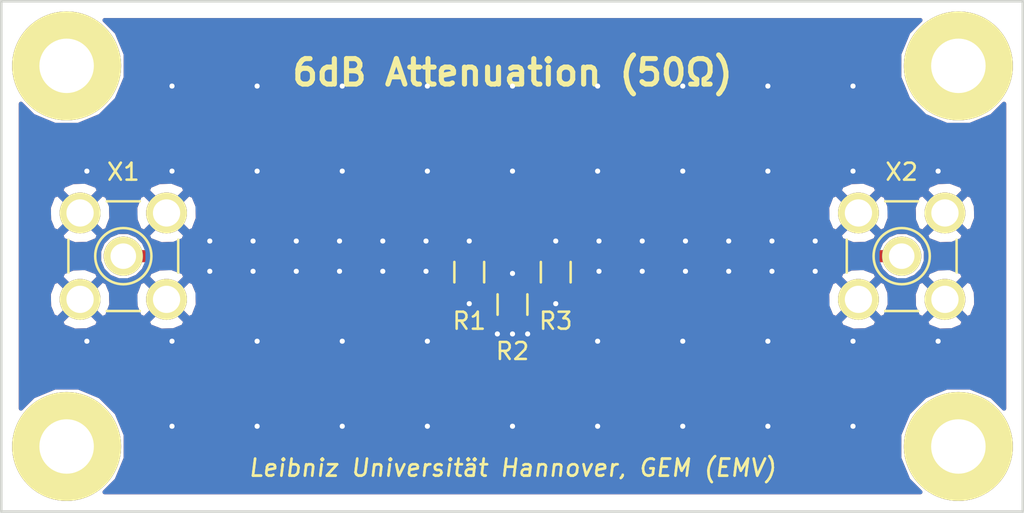
<source format=kicad_pcb>
(kicad_pcb (version 4) (host pcbnew 4.0.2+e4-6225~38~ubuntu15.10.1-stable)

  (general
    (links 80)
    (no_connects 4)
    (area 89.924999 89.924999 150.075001 120.075001)
    (thickness 1.6)
    (drawings 7)
    (tracks 11)
    (zones 0)
    (modules 80)
    (nets 5)
  )

  (page A4)
  (layers
    (0 F.Cu signal)
    (31 B.Cu signal)
    (32 B.Adhes user)
    (33 F.Adhes user)
    (34 B.Paste user)
    (35 F.Paste user)
    (36 B.SilkS user)
    (37 F.SilkS user)
    (38 B.Mask user)
    (39 F.Mask user)
    (40 Dwgs.User user)
    (41 Cmts.User user)
    (42 Eco1.User user)
    (43 Eco2.User user)
    (44 Edge.Cuts user)
    (45 Margin user)
    (46 B.CrtYd user)
    (47 F.CrtYd user)
    (48 B.Fab user)
    (49 F.Fab user)
  )

  (setup
    (last_trace_width 0.15)
    (trace_clearance 0.15)
    (zone_clearance 0.1)
    (zone_45_only no)
    (trace_min 0.15)
    (segment_width 0.1)
    (edge_width 0.15)
    (via_size 0.4)
    (via_drill 0.3)
    (via_min_size 0.4)
    (via_min_drill 0.3)
    (uvia_size 0.3)
    (uvia_drill 0.1)
    (uvias_allowed no)
    (uvia_min_size 0)
    (uvia_min_drill 0)
    (pcb_text_width 0.3)
    (pcb_text_size 1.5 1.5)
    (mod_edge_width 0.15)
    (mod_text_size 1 1)
    (mod_text_width 0.15)
    (pad_size 2.4 2.4)
    (pad_drill 1.6)
    (pad_to_mask_clearance 0.0762)
    (aux_axis_origin 120.028 104.986)
    (grid_origin 120.028 104.986)
    (visible_elements FFFFFF7F)
    (pcbplotparams
      (layerselection 0x000f0_80000001)
      (usegerberextensions false)
      (excludeedgelayer true)
      (linewidth 0.100000)
      (plotframeref false)
      (viasonmask false)
      (mode 1)
      (useauxorigin false)
      (hpglpennumber 1)
      (hpglpenspeed 20)
      (hpglpendiameter 15)
      (hpglpenoverlay 2)
      (psnegative false)
      (psa4output false)
      (plotreference true)
      (plotvalue true)
      (plotinvisibletext false)
      (padsonsilk false)
      (subtractmaskfromsilk false)
      (outputformat 1)
      (mirror false)
      (drillshape 0)
      (scaleselection 1)
      (outputdirectory ""))
  )

  (net 0 "")
  (net 1 GNDA)
  (net 2 "Net-(R1-Pad1)")
  (net 3 "Net-(R1-Pad2)")
  (net 4 "Net-(R3-Pad2)")

  (net_class Default "This is the default net class."
    (clearance 0.15)
    (trace_width 0.15)
    (via_dia 0.4)
    (via_drill 0.3)
    (uvia_dia 0.3)
    (uvia_drill 0.1)
    (add_net GNDA)
  )

  (net_class 50Ohm ""
    (clearance 0.15)
    (trace_width 0.714)
    (via_dia 0.4)
    (via_drill 0.3)
    (uvia_dia 0.3)
    (uvia_drill 0.1)
    (add_net "Net-(R1-Pad1)")
    (add_net "Net-(R1-Pad2)")
    (add_net "Net-(R3-Pad2)")
  )

  (module JueVias:VIA-0.3 (layer F.Cu) (tedit 575191BF) (tstamp 5762AE76)
    (at 120.917 109.558)
    (fp_text reference REF**1161 (at 0 -1) (layer F.SilkS) hide
      (effects (font (size 1 1) (thickness 0.15)))
    )
    (fp_text value VIA-0.3 (at 0 1) (layer F.Fab) hide
      (effects (font (size 1 1) (thickness 0.15)))
    )
    (pad 1 thru_hole circle (at 0 0) (size 0.6 0.6) (drill 0.3) (layers *.Cu)
      (net 1 GNDA))
  )

  (module JueVias:VIA-0.3 (layer F.Cu) (tedit 575191BF) (tstamp 5762AE5F)
    (at 119.139 109.558)
    (fp_text reference REF**1161 (at 0 -1) (layer F.SilkS) hide
      (effects (font (size 1 1) (thickness 0.15)))
    )
    (fp_text value VIA-0.3 (at 0 1) (layer F.Fab) hide
      (effects (font (size 1 1) (thickness 0.15)))
    )
    (pad 1 thru_hole circle (at 0 0) (size 0.6 0.6) (drill 0.3) (layers *.Cu)
      (net 1 GNDA))
  )

  (module JueVias:VIA-0.3 (layer F.Cu) (tedit 575191BF) (tstamp 5762AE5B)
    (at 120.028 106.002)
    (fp_text reference REF**1161 (at 0 -1) (layer F.SilkS) hide
      (effects (font (size 1 1) (thickness 0.15)))
    )
    (fp_text value VIA-0.3 (at 0 1) (layer F.Fab) hide
      (effects (font (size 1 1) (thickness 0.15)))
    )
    (pad 1 thru_hole circle (at 0 0) (size 0.6 0.6) (drill 0.3) (layers *.Cu)
      (net 1 GNDA))
  )

  (module JueVias:VIA-0.3 (layer F.Cu) (tedit 575191BF) (tstamp 5762AE57)
    (at 122.568 107.78)
    (fp_text reference REF**1161 (at 0 -1) (layer F.SilkS) hide
      (effects (font (size 1 1) (thickness 0.15)))
    )
    (fp_text value VIA-0.3 (at 0 1) (layer F.Fab) hide
      (effects (font (size 1 1) (thickness 0.15)))
    )
    (pad 1 thru_hole circle (at 0 0) (size 0.6 0.6) (drill 0.3) (layers *.Cu)
      (net 1 GNDA))
  )

  (module JueVias:VIA-0.3 (layer F.Cu) (tedit 575191BF) (tstamp 5762AE53)
    (at 117.488 107.78)
    (fp_text reference REF**1161 (at 0 -1) (layer F.SilkS) hide
      (effects (font (size 1 1) (thickness 0.15)))
    )
    (fp_text value VIA-0.3 (at 0 1) (layer F.Fab) hide
      (effects (font (size 1 1) (thickness 0.15)))
    )
    (pad 1 thru_hole circle (at 0 0) (size 0.6 0.6) (drill 0.3) (layers *.Cu)
      (net 1 GNDA))
  )

  (module JueVias:VIA-0.3 (layer F.Cu) (tedit 575191BF) (tstamp 5762AE4F)
    (at 122.568 104.097)
    (fp_text reference REF**1161 (at 0 -1) (layer F.SilkS) hide
      (effects (font (size 1 1) (thickness 0.15)))
    )
    (fp_text value VIA-0.3 (at 0 1) (layer F.Fab) hide
      (effects (font (size 1 1) (thickness 0.15)))
    )
    (pad 1 thru_hole circle (at 0 0) (size 0.6 0.6) (drill 0.3) (layers *.Cu)
      (net 1 GNDA))
  )

  (module JueVias:VIA-0.3 (layer F.Cu) (tedit 575191BF) (tstamp 5762AE2C)
    (at 117.488 104.097)
    (fp_text reference REF**1161 (at 0 -1) (layer F.SilkS) hide
      (effects (font (size 1 1) (thickness 0.15)))
    )
    (fp_text value VIA-0.3 (at 0 1) (layer F.Fab) hide
      (effects (font (size 1 1) (thickness 0.15)))
    )
    (pad 1 thru_hole circle (at 0 0) (size 0.6 0.6) (drill 0.3) (layers *.Cu)
      (net 1 GNDA))
  )

  (module Mounting_Holes:MountingHole_3.2mm_M3_Pad (layer F.Cu) (tedit 57518F98) (tstamp 57518FEC)
    (at 93.838 93.796)
    (descr "Mounting Hole 3.2mm, M3")
    (tags "mounting hole 3.2mm m3")
    (fp_text reference REF** (at 0 -4.2) (layer F.SilkS) hide
      (effects (font (size 1 1) (thickness 0.15)))
    )
    (fp_text value MountingHole_3.2mm_M3_Pad (at 0 4.2) (layer F.Fab) hide
      (effects (font (size 1 1) (thickness 0.15)))
    )
    (fp_circle (center 0 0) (end 3.2 0) (layer Cmts.User) (width 0.15))
    (fp_circle (center 0 0) (end 3.45 0) (layer F.CrtYd) (width 0.05))
    (pad 1 thru_hole circle (at 0 0) (size 6.4 6.4) (drill 3.2) (layers *.Cu *.Mask F.SilkS))
  )

  (module JueVias:VIA-0.3 (layer F.Cu) (tedit 575191BF) (tstamp 575EBBC2)
    (at 140.028 114.986)
    (fp_text reference REF**11711116 (at 0 -1) (layer F.SilkS) hide
      (effects (font (size 1 1) (thickness 0.15)))
    )
    (fp_text value VIA-0.3 (at 0 1) (layer F.Fab) hide
      (effects (font (size 1 1) (thickness 0.15)))
    )
    (pad 1 thru_hole circle (at 0 0) (size 0.6 0.6) (drill 0.3) (layers *.Cu)
      (net 1 GNDA))
  )

  (module JueVias:VIA-0.3 (layer F.Cu) (tedit 575191BF) (tstamp 575EBBBE)
    (at 135.028 114.986)
    (fp_text reference REF**11711106 (at 0 -1) (layer F.SilkS) hide
      (effects (font (size 1 1) (thickness 0.15)))
    )
    (fp_text value VIA-0.3 (at 0 1) (layer F.Fab) hide
      (effects (font (size 1 1) (thickness 0.15)))
    )
    (pad 1 thru_hole circle (at 0 0) (size 0.6 0.6) (drill 0.3) (layers *.Cu)
      (net 1 GNDA))
  )

  (module JueVias:VIA-0.3 (layer F.Cu) (tedit 575191BF) (tstamp 575EBBBA)
    (at 130.028 114.986)
    (fp_text reference REF**1171196 (at 0 -1) (layer F.SilkS) hide
      (effects (font (size 1 1) (thickness 0.15)))
    )
    (fp_text value VIA-0.3 (at 0 1) (layer F.Fab) hide
      (effects (font (size 1 1) (thickness 0.15)))
    )
    (pad 1 thru_hole circle (at 0 0) (size 0.6 0.6) (drill 0.3) (layers *.Cu)
      (net 1 GNDA))
  )

  (module JueVias:VIA-0.3 (layer F.Cu) (tedit 575191BF) (tstamp 575EBBB6)
    (at 125.028 114.986)
    (fp_text reference REF**1171186 (at 0 -1) (layer F.SilkS) hide
      (effects (font (size 1 1) (thickness 0.15)))
    )
    (fp_text value VIA-0.3 (at 0 1) (layer F.Fab) hide
      (effects (font (size 1 1) (thickness 0.15)))
    )
    (pad 1 thru_hole circle (at 0 0) (size 0.6 0.6) (drill 0.3) (layers *.Cu)
      (net 1 GNDA))
  )

  (module JueVias:VIA-0.3 (layer F.Cu) (tedit 575191BF) (tstamp 575EBBB2)
    (at 120.028 114.986)
    (fp_text reference REF**1171176 (at 0 -1) (layer F.SilkS) hide
      (effects (font (size 1 1) (thickness 0.15)))
    )
    (fp_text value VIA-0.3 (at 0 1) (layer F.Fab) hide
      (effects (font (size 1 1) (thickness 0.15)))
    )
    (pad 1 thru_hole circle (at 0 0) (size 0.6 0.6) (drill 0.3) (layers *.Cu)
      (net 1 GNDA))
  )

  (module JueVias:VIA-0.3 (layer F.Cu) (tedit 575191BF) (tstamp 575EBBAE)
    (at 115.028 114.986)
    (fp_text reference REF**1171166 (at 0 -1) (layer F.SilkS) hide
      (effects (font (size 1 1) (thickness 0.15)))
    )
    (fp_text value VIA-0.3 (at 0 1) (layer F.Fab) hide
      (effects (font (size 1 1) (thickness 0.15)))
    )
    (pad 1 thru_hole circle (at 0 0) (size 0.6 0.6) (drill 0.3) (layers *.Cu)
      (net 1 GNDA))
  )

  (module JueVias:VIA-0.3 (layer F.Cu) (tedit 575191BF) (tstamp 575EBBAA)
    (at 110.028 114.986)
    (fp_text reference REF**1171156 (at 0 -1) (layer F.SilkS) hide
      (effects (font (size 1 1) (thickness 0.15)))
    )
    (fp_text value VIA-0.3 (at 0 1) (layer F.Fab) hide
      (effects (font (size 1 1) (thickness 0.15)))
    )
    (pad 1 thru_hole circle (at 0 0) (size 0.6 0.6) (drill 0.3) (layers *.Cu)
      (net 1 GNDA))
  )

  (module JueVias:VIA-0.3 (layer F.Cu) (tedit 575191BF) (tstamp 575EBBA6)
    (at 105.028 114.986)
    (fp_text reference REF**1171146 (at 0 -1) (layer F.SilkS) hide
      (effects (font (size 1 1) (thickness 0.15)))
    )
    (fp_text value VIA-0.3 (at 0 1) (layer F.Fab) hide
      (effects (font (size 1 1) (thickness 0.15)))
    )
    (pad 1 thru_hole circle (at 0 0) (size 0.6 0.6) (drill 0.3) (layers *.Cu)
      (net 1 GNDA))
  )

  (module JueVias:VIA-0.3 (layer F.Cu) (tedit 575191BF) (tstamp 575EBBA2)
    (at 100.028 114.986)
    (fp_text reference REF**1171136 (at 0 -1) (layer F.SilkS) hide
      (effects (font (size 1 1) (thickness 0.15)))
    )
    (fp_text value VIA-0.3 (at 0 1) (layer F.Fab) hide
      (effects (font (size 1 1) (thickness 0.15)))
    )
    (pad 1 thru_hole circle (at 0 0) (size 0.6 0.6) (drill 0.3) (layers *.Cu)
      (net 1 GNDA))
  )

  (module JueVias:VIA-0.3 (layer F.Cu) (tedit 575191BF) (tstamp 575EBB92)
    (at 145.028 109.986)
    (fp_text reference REF**11711125 (at 0 -1) (layer F.SilkS) hide
      (effects (font (size 1 1) (thickness 0.15)))
    )
    (fp_text value VIA-0.3 (at 0 1) (layer F.Fab) hide
      (effects (font (size 1 1) (thickness 0.15)))
    )
    (pad 1 thru_hole circle (at 0 0) (size 0.6 0.6) (drill 0.3) (layers *.Cu)
      (net 1 GNDA))
  )

  (module JueVias:VIA-0.3 (layer F.Cu) (tedit 575191BF) (tstamp 575EBB8E)
    (at 140.028 109.986)
    (fp_text reference REF**11711115 (at 0 -1) (layer F.SilkS) hide
      (effects (font (size 1 1) (thickness 0.15)))
    )
    (fp_text value VIA-0.3 (at 0 1) (layer F.Fab) hide
      (effects (font (size 1 1) (thickness 0.15)))
    )
    (pad 1 thru_hole circle (at 0 0) (size 0.6 0.6) (drill 0.3) (layers *.Cu)
      (net 1 GNDA))
  )

  (module JueVias:VIA-0.3 (layer F.Cu) (tedit 575191BF) (tstamp 575EBB8A)
    (at 135.028 109.986)
    (fp_text reference REF**11711105 (at 0 -1) (layer F.SilkS) hide
      (effects (font (size 1 1) (thickness 0.15)))
    )
    (fp_text value VIA-0.3 (at 0 1) (layer F.Fab) hide
      (effects (font (size 1 1) (thickness 0.15)))
    )
    (pad 1 thru_hole circle (at 0 0) (size 0.6 0.6) (drill 0.3) (layers *.Cu)
      (net 1 GNDA))
  )

  (module JueVias:VIA-0.3 (layer F.Cu) (tedit 575191BF) (tstamp 575EBB86)
    (at 130.028 109.986)
    (fp_text reference REF**1171195 (at 0 -1) (layer F.SilkS) hide
      (effects (font (size 1 1) (thickness 0.15)))
    )
    (fp_text value VIA-0.3 (at 0 1) (layer F.Fab) hide
      (effects (font (size 1 1) (thickness 0.15)))
    )
    (pad 1 thru_hole circle (at 0 0) (size 0.6 0.6) (drill 0.3) (layers *.Cu)
      (net 1 GNDA))
  )

  (module JueVias:VIA-0.3 (layer F.Cu) (tedit 575191BF) (tstamp 575EBB82)
    (at 125.028 109.986)
    (fp_text reference REF**1171185 (at 0 -1) (layer F.SilkS) hide
      (effects (font (size 1 1) (thickness 0.15)))
    )
    (fp_text value VIA-0.3 (at 0 1) (layer F.Fab) hide
      (effects (font (size 1 1) (thickness 0.15)))
    )
    (pad 1 thru_hole circle (at 0 0) (size 0.6 0.6) (drill 0.3) (layers *.Cu)
      (net 1 GNDA))
  )

  (module JueVias:VIA-0.3 (layer F.Cu) (tedit 575191BF) (tstamp 575EBB7E)
    (at 120.028 109.558)
    (fp_text reference REF**1171175 (at 0 -1) (layer F.SilkS) hide
      (effects (font (size 1 1) (thickness 0.15)))
    )
    (fp_text value VIA-0.3 (at 0 1) (layer F.Fab) hide
      (effects (font (size 1 1) (thickness 0.15)))
    )
    (pad 1 thru_hole circle (at 0 0) (size 0.6 0.6) (drill 0.3) (layers *.Cu)
      (net 1 GNDA))
  )

  (module JueVias:VIA-0.3 (layer F.Cu) (tedit 575191BF) (tstamp 575EBB7A)
    (at 115.028 109.986)
    (fp_text reference REF**1171165 (at 0 -1) (layer F.SilkS) hide
      (effects (font (size 1 1) (thickness 0.15)))
    )
    (fp_text value VIA-0.3 (at 0 1) (layer F.Fab) hide
      (effects (font (size 1 1) (thickness 0.15)))
    )
    (pad 1 thru_hole circle (at 0 0) (size 0.6 0.6) (drill 0.3) (layers *.Cu)
      (net 1 GNDA))
  )

  (module JueVias:VIA-0.3 (layer F.Cu) (tedit 575191BF) (tstamp 575EBB76)
    (at 110.028 109.986)
    (fp_text reference REF**1171155 (at 0 -1) (layer F.SilkS) hide
      (effects (font (size 1 1) (thickness 0.15)))
    )
    (fp_text value VIA-0.3 (at 0 1) (layer F.Fab) hide
      (effects (font (size 1 1) (thickness 0.15)))
    )
    (pad 1 thru_hole circle (at 0 0) (size 0.6 0.6) (drill 0.3) (layers *.Cu)
      (net 1 GNDA))
  )

  (module JueVias:VIA-0.3 (layer F.Cu) (tedit 575191BF) (tstamp 575EBB72)
    (at 105.028 109.986)
    (fp_text reference REF**1171145 (at 0 -1) (layer F.SilkS) hide
      (effects (font (size 1 1) (thickness 0.15)))
    )
    (fp_text value VIA-0.3 (at 0 1) (layer F.Fab) hide
      (effects (font (size 1 1) (thickness 0.15)))
    )
    (pad 1 thru_hole circle (at 0 0) (size 0.6 0.6) (drill 0.3) (layers *.Cu)
      (net 1 GNDA))
  )

  (module JueVias:VIA-0.3 (layer F.Cu) (tedit 575191BF) (tstamp 575EBB6E)
    (at 100.028 109.986)
    (fp_text reference REF**1171135 (at 0 -1) (layer F.SilkS) hide
      (effects (font (size 1 1) (thickness 0.15)))
    )
    (fp_text value VIA-0.3 (at 0 1) (layer F.Fab) hide
      (effects (font (size 1 1) (thickness 0.15)))
    )
    (pad 1 thru_hole circle (at 0 0) (size 0.6 0.6) (drill 0.3) (layers *.Cu)
      (net 1 GNDA))
  )

  (module JueVias:VIA-0.3 (layer F.Cu) (tedit 575191BF) (tstamp 575EBB6A)
    (at 95.028 109.986)
    (fp_text reference REF**1171125 (at 0 -1) (layer F.SilkS) hide
      (effects (font (size 1 1) (thickness 0.15)))
    )
    (fp_text value VIA-0.3 (at 0 1) (layer F.Fab) hide
      (effects (font (size 1 1) (thickness 0.15)))
    )
    (pad 1 thru_hole circle (at 0 0) (size 0.6 0.6) (drill 0.3) (layers *.Cu)
      (net 1 GNDA))
  )

  (module JueVias:VIA-0.3 (layer F.Cu) (tedit 575191BF) (tstamp 575EBB2A)
    (at 145.028 99.986)
    (fp_text reference REF**11711123 (at 0 -1) (layer F.SilkS) hide
      (effects (font (size 1 1) (thickness 0.15)))
    )
    (fp_text value VIA-0.3 (at 0 1) (layer F.Fab) hide
      (effects (font (size 1 1) (thickness 0.15)))
    )
    (pad 1 thru_hole circle (at 0 0) (size 0.6 0.6) (drill 0.3) (layers *.Cu)
      (net 1 GNDA))
  )

  (module JueVias:VIA-0.3 (layer F.Cu) (tedit 575191BF) (tstamp 575EBB26)
    (at 140.028 99.986)
    (fp_text reference REF**11711113 (at 0 -1) (layer F.SilkS) hide
      (effects (font (size 1 1) (thickness 0.15)))
    )
    (fp_text value VIA-0.3 (at 0 1) (layer F.Fab) hide
      (effects (font (size 1 1) (thickness 0.15)))
    )
    (pad 1 thru_hole circle (at 0 0) (size 0.6 0.6) (drill 0.3) (layers *.Cu)
      (net 1 GNDA))
  )

  (module JueVias:VIA-0.3 (layer F.Cu) (tedit 575191BF) (tstamp 575EBB22)
    (at 135.028 99.986)
    (fp_text reference REF**11711103 (at 0 -1) (layer F.SilkS) hide
      (effects (font (size 1 1) (thickness 0.15)))
    )
    (fp_text value VIA-0.3 (at 0 1) (layer F.Fab) hide
      (effects (font (size 1 1) (thickness 0.15)))
    )
    (pad 1 thru_hole circle (at 0 0) (size 0.6 0.6) (drill 0.3) (layers *.Cu)
      (net 1 GNDA))
  )

  (module JueVias:VIA-0.3 (layer F.Cu) (tedit 575191BF) (tstamp 575EBB1E)
    (at 130.028 99.986)
    (fp_text reference REF**1171193 (at 0 -1) (layer F.SilkS) hide
      (effects (font (size 1 1) (thickness 0.15)))
    )
    (fp_text value VIA-0.3 (at 0 1) (layer F.Fab) hide
      (effects (font (size 1 1) (thickness 0.15)))
    )
    (pad 1 thru_hole circle (at 0 0) (size 0.6 0.6) (drill 0.3) (layers *.Cu)
      (net 1 GNDA))
  )

  (module JueVias:VIA-0.3 (layer F.Cu) (tedit 575191BF) (tstamp 575EBB1A)
    (at 125.028 99.986)
    (fp_text reference REF**1171183 (at 0 -1) (layer F.SilkS) hide
      (effects (font (size 1 1) (thickness 0.15)))
    )
    (fp_text value VIA-0.3 (at 0 1) (layer F.Fab) hide
      (effects (font (size 1 1) (thickness 0.15)))
    )
    (pad 1 thru_hole circle (at 0 0) (size 0.6 0.6) (drill 0.3) (layers *.Cu)
      (net 1 GNDA))
  )

  (module JueVias:VIA-0.3 (layer F.Cu) (tedit 575191BF) (tstamp 575EBB16)
    (at 120.028 99.986)
    (fp_text reference REF**1171173 (at 0 -1) (layer F.SilkS) hide
      (effects (font (size 1 1) (thickness 0.15)))
    )
    (fp_text value VIA-0.3 (at 0 1) (layer F.Fab) hide
      (effects (font (size 1 1) (thickness 0.15)))
    )
    (pad 1 thru_hole circle (at 0 0) (size 0.6 0.6) (drill 0.3) (layers *.Cu)
      (net 1 GNDA))
  )

  (module JueVias:VIA-0.3 (layer F.Cu) (tedit 575191BF) (tstamp 575EBB12)
    (at 115.028 99.986)
    (fp_text reference REF**1171163 (at 0 -1) (layer F.SilkS) hide
      (effects (font (size 1 1) (thickness 0.15)))
    )
    (fp_text value VIA-0.3 (at 0 1) (layer F.Fab) hide
      (effects (font (size 1 1) (thickness 0.15)))
    )
    (pad 1 thru_hole circle (at 0 0) (size 0.6 0.6) (drill 0.3) (layers *.Cu)
      (net 1 GNDA))
  )

  (module JueVias:VIA-0.3 (layer F.Cu) (tedit 575191BF) (tstamp 575EBB0E)
    (at 110.028 99.986)
    (fp_text reference REF**1171153 (at 0 -1) (layer F.SilkS) hide
      (effects (font (size 1 1) (thickness 0.15)))
    )
    (fp_text value VIA-0.3 (at 0 1) (layer F.Fab) hide
      (effects (font (size 1 1) (thickness 0.15)))
    )
    (pad 1 thru_hole circle (at 0 0) (size 0.6 0.6) (drill 0.3) (layers *.Cu)
      (net 1 GNDA))
  )

  (module JueVias:VIA-0.3 (layer F.Cu) (tedit 575191BF) (tstamp 575EBB0A)
    (at 105.028 99.986)
    (fp_text reference REF**1171143 (at 0 -1) (layer F.SilkS) hide
      (effects (font (size 1 1) (thickness 0.15)))
    )
    (fp_text value VIA-0.3 (at 0 1) (layer F.Fab) hide
      (effects (font (size 1 1) (thickness 0.15)))
    )
    (pad 1 thru_hole circle (at 0 0) (size 0.6 0.6) (drill 0.3) (layers *.Cu)
      (net 1 GNDA))
  )

  (module JueVias:VIA-0.3 (layer F.Cu) (tedit 575191BF) (tstamp 575EBB06)
    (at 100.028 99.986)
    (fp_text reference REF**1171133 (at 0 -1) (layer F.SilkS) hide
      (effects (font (size 1 1) (thickness 0.15)))
    )
    (fp_text value VIA-0.3 (at 0 1) (layer F.Fab) hide
      (effects (font (size 1 1) (thickness 0.15)))
    )
    (pad 1 thru_hole circle (at 0 0) (size 0.6 0.6) (drill 0.3) (layers *.Cu)
      (net 1 GNDA))
  )

  (module JueVias:VIA-0.3 (layer F.Cu) (tedit 575191BF) (tstamp 575EBB02)
    (at 95.028 99.986)
    (fp_text reference REF**1171123 (at 0 -1) (layer F.SilkS) hide
      (effects (font (size 1 1) (thickness 0.15)))
    )
    (fp_text value VIA-0.3 (at 0 1) (layer F.Fab) hide
      (effects (font (size 1 1) (thickness 0.15)))
    )
    (pad 1 thru_hole circle (at 0 0) (size 0.6 0.6) (drill 0.3) (layers *.Cu)
      (net 1 GNDA))
  )

  (module JueVias:VIA-0.3 (layer F.Cu) (tedit 575191BF) (tstamp 575EBAF2)
    (at 140.028 94.986)
    (fp_text reference REF**11711112 (at 0 -1) (layer F.SilkS) hide
      (effects (font (size 1 1) (thickness 0.15)))
    )
    (fp_text value VIA-0.3 (at 0 1) (layer F.Fab) hide
      (effects (font (size 1 1) (thickness 0.15)))
    )
    (pad 1 thru_hole circle (at 0 0) (size 0.6 0.6) (drill 0.3) (layers *.Cu)
      (net 1 GNDA))
  )

  (module JueVias:VIA-0.3 (layer F.Cu) (tedit 575191BF) (tstamp 575EBAEE)
    (at 135.028 94.986)
    (fp_text reference REF**11711102 (at 0 -1) (layer F.SilkS) hide
      (effects (font (size 1 1) (thickness 0.15)))
    )
    (fp_text value VIA-0.3 (at 0 1) (layer F.Fab) hide
      (effects (font (size 1 1) (thickness 0.15)))
    )
    (pad 1 thru_hole circle (at 0 0) (size 0.6 0.6) (drill 0.3) (layers *.Cu)
      (net 1 GNDA))
  )

  (module JueVias:VIA-0.3 (layer F.Cu) (tedit 575191BF) (tstamp 575EBAEA)
    (at 130.028 94.986)
    (fp_text reference REF**1171192 (at 0 -1) (layer F.SilkS) hide
      (effects (font (size 1 1) (thickness 0.15)))
    )
    (fp_text value VIA-0.3 (at 0 1) (layer F.Fab) hide
      (effects (font (size 1 1) (thickness 0.15)))
    )
    (pad 1 thru_hole circle (at 0 0) (size 0.6 0.6) (drill 0.3) (layers *.Cu)
      (net 1 GNDA))
  )

  (module JueVias:VIA-0.3 (layer F.Cu) (tedit 575191BF) (tstamp 575EBAE6)
    (at 125.028 94.986)
    (fp_text reference REF**1171182 (at 0 -1) (layer F.SilkS) hide
      (effects (font (size 1 1) (thickness 0.15)))
    )
    (fp_text value VIA-0.3 (at 0 1) (layer F.Fab) hide
      (effects (font (size 1 1) (thickness 0.15)))
    )
    (pad 1 thru_hole circle (at 0 0) (size 0.6 0.6) (drill 0.3) (layers *.Cu)
      (net 1 GNDA))
  )

  (module JueVias:VIA-0.3 (layer F.Cu) (tedit 575191BF) (tstamp 575EBAE2)
    (at 120.028 94.986)
    (fp_text reference REF**1171172 (at 0 -1) (layer F.SilkS) hide
      (effects (font (size 1 1) (thickness 0.15)))
    )
    (fp_text value VIA-0.3 (at 0 1) (layer F.Fab) hide
      (effects (font (size 1 1) (thickness 0.15)))
    )
    (pad 1 thru_hole circle (at 0 0) (size 0.6 0.6) (drill 0.3) (layers *.Cu)
      (net 1 GNDA))
  )

  (module JueVias:VIA-0.3 (layer F.Cu) (tedit 575191BF) (tstamp 575EBADE)
    (at 115.028 94.986)
    (fp_text reference REF**1171162 (at 0 -1) (layer F.SilkS) hide
      (effects (font (size 1 1) (thickness 0.15)))
    )
    (fp_text value VIA-0.3 (at 0 1) (layer F.Fab) hide
      (effects (font (size 1 1) (thickness 0.15)))
    )
    (pad 1 thru_hole circle (at 0 0) (size 0.6 0.6) (drill 0.3) (layers *.Cu)
      (net 1 GNDA))
  )

  (module JueVias:VIA-0.3 (layer F.Cu) (tedit 575191BF) (tstamp 575EBADA)
    (at 110.028 94.986)
    (fp_text reference REF**1171152 (at 0 -1) (layer F.SilkS) hide
      (effects (font (size 1 1) (thickness 0.15)))
    )
    (fp_text value VIA-0.3 (at 0 1) (layer F.Fab) hide
      (effects (font (size 1 1) (thickness 0.15)))
    )
    (pad 1 thru_hole circle (at 0 0) (size 0.6 0.6) (drill 0.3) (layers *.Cu)
      (net 1 GNDA))
  )

  (module JueVias:VIA-0.3 (layer F.Cu) (tedit 575191BF) (tstamp 575EBAD6)
    (at 105.028 94.986)
    (fp_text reference REF**1171142 (at 0 -1) (layer F.SilkS) hide
      (effects (font (size 1 1) (thickness 0.15)))
    )
    (fp_text value VIA-0.3 (at 0 1) (layer F.Fab) hide
      (effects (font (size 1 1) (thickness 0.15)))
    )
    (pad 1 thru_hole circle (at 0 0) (size 0.6 0.6) (drill 0.3) (layers *.Cu)
      (net 1 GNDA))
  )

  (module JueVias:VIA-0.3 (layer F.Cu) (tedit 575191BF) (tstamp 575EBAD2)
    (at 100.028 94.986)
    (fp_text reference REF**1171132 (at 0 -1) (layer F.SilkS) hide
      (effects (font (size 1 1) (thickness 0.15)))
    )
    (fp_text value VIA-0.3 (at 0 1) (layer F.Fab) hide
      (effects (font (size 1 1) (thickness 0.15)))
    )
    (pad 1 thru_hole circle (at 0 0) (size 0.6 0.6) (drill 0.3) (layers *.Cu)
      (net 1 GNDA))
  )

  (module JueVias:VIA-0.3 (layer F.Cu) (tedit 575191BF) (tstamp 575EB886)
    (at 114.948 105.875)
    (fp_text reference REF**11161 (at 0 -1) (layer F.SilkS) hide
      (effects (font (size 1 1) (thickness 0.15)))
    )
    (fp_text value VIA-0.3 (at 0 1) (layer F.Fab) hide
      (effects (font (size 1 1) (thickness 0.15)))
    )
    (pad 1 thru_hole circle (at 0 0) (size 0.6 0.6) (drill 0.3) (layers *.Cu)
      (net 1 GNDA))
  )

  (module JueVias:VIA-0.3 (layer F.Cu) (tedit 575191BF) (tstamp 575EB882)
    (at 109.868 105.875)
    (fp_text reference REF**11141 (at 0 -1) (layer F.SilkS) hide
      (effects (font (size 1 1) (thickness 0.15)))
    )
    (fp_text value VIA-0.3 (at 0 1) (layer F.Fab) hide
      (effects (font (size 1 1) (thickness 0.15)))
    )
    (pad 1 thru_hole circle (at 0 0) (size 0.6 0.6) (drill 0.3) (layers *.Cu)
      (net 1 GNDA))
  )

  (module JueVias:VIA-0.3 (layer F.Cu) (tedit 575191BF) (tstamp 575EB87E)
    (at 107.328 105.875)
    (fp_text reference REF**11131 (at 0 -1) (layer F.SilkS) hide
      (effects (font (size 1 1) (thickness 0.15)))
    )
    (fp_text value VIA-0.3 (at 0 1) (layer F.Fab) hide
      (effects (font (size 1 1) (thickness 0.15)))
    )
    (pad 1 thru_hole circle (at 0 0) (size 0.6 0.6) (drill 0.3) (layers *.Cu)
      (net 1 GNDA))
  )

  (module JueVias:VIA-0.3 (layer F.Cu) (tedit 575191BF) (tstamp 575EB87A)
    (at 112.408 105.875)
    (fp_text reference REF**11151 (at 0 -1) (layer F.SilkS) hide
      (effects (font (size 1 1) (thickness 0.15)))
    )
    (fp_text value VIA-0.3 (at 0 1) (layer F.Fab) hide
      (effects (font (size 1 1) (thickness 0.15)))
    )
    (pad 1 thru_hole circle (at 0 0) (size 0.6 0.6) (drill 0.3) (layers *.Cu)
      (net 1 GNDA))
  )

  (module JueVias:VIA-0.3 (layer F.Cu) (tedit 575191BF) (tstamp 575EB876)
    (at 114.948 104.097)
    (fp_text reference REF**1161 (at 0 -1) (layer F.SilkS) hide
      (effects (font (size 1 1) (thickness 0.15)))
    )
    (fp_text value VIA-0.3 (at 0 1) (layer F.Fab) hide
      (effects (font (size 1 1) (thickness 0.15)))
    )
    (pad 1 thru_hole circle (at 0 0) (size 0.6 0.6) (drill 0.3) (layers *.Cu)
      (net 1 GNDA))
  )

  (module JueVias:VIA-0.3 (layer F.Cu) (tedit 575191BF) (tstamp 575EB872)
    (at 109.868 104.097)
    (fp_text reference REF**1141 (at 0 -1) (layer F.SilkS) hide
      (effects (font (size 1 1) (thickness 0.15)))
    )
    (fp_text value VIA-0.3 (at 0 1) (layer F.Fab) hide
      (effects (font (size 1 1) (thickness 0.15)))
    )
    (pad 1 thru_hole circle (at 0 0) (size 0.6 0.6) (drill 0.3) (layers *.Cu)
      (net 1 GNDA))
  )

  (module JueVias:VIA-0.3 (layer F.Cu) (tedit 575191BF) (tstamp 575EB86E)
    (at 107.328 104.097)
    (fp_text reference REF**1131 (at 0 -1) (layer F.SilkS) hide
      (effects (font (size 1 1) (thickness 0.15)))
    )
    (fp_text value VIA-0.3 (at 0 1) (layer F.Fab) hide
      (effects (font (size 1 1) (thickness 0.15)))
    )
    (pad 1 thru_hole circle (at 0 0) (size 0.6 0.6) (drill 0.3) (layers *.Cu)
      (net 1 GNDA))
  )

  (module JueVias:VIA-0.3 (layer F.Cu) (tedit 575191BF) (tstamp 575EB86A)
    (at 112.408 104.097)
    (fp_text reference REF**1151 (at 0 -1) (layer F.SilkS) hide
      (effects (font (size 1 1) (thickness 0.15)))
    )
    (fp_text value VIA-0.3 (at 0 1) (layer F.Fab) hide
      (effects (font (size 1 1) (thickness 0.15)))
    )
    (pad 1 thru_hole circle (at 0 0) (size 0.6 0.6) (drill 0.3) (layers *.Cu)
      (net 1 GNDA))
  )

  (module JueVias:VIA-0.3 (layer F.Cu) (tedit 575191BF) (tstamp 575EB85E)
    (at 102.248 105.875)
    (fp_text reference REF**11111 (at 0 -1) (layer F.SilkS) hide
      (effects (font (size 1 1) (thickness 0.15)))
    )
    (fp_text value VIA-0.3 (at 0 1) (layer F.Fab) hide
      (effects (font (size 1 1) (thickness 0.15)))
    )
    (pad 1 thru_hole circle (at 0 0) (size 0.6 0.6) (drill 0.3) (layers *.Cu)
      (net 1 GNDA))
  )

  (module JueVias:VIA-0.3 (layer F.Cu) (tedit 575191BF) (tstamp 575EB85A)
    (at 104.788 105.875)
    (fp_text reference REF**11121 (at 0 -1) (layer F.SilkS) hide
      (effects (font (size 1 1) (thickness 0.15)))
    )
    (fp_text value VIA-0.3 (at 0 1) (layer F.Fab) hide
      (effects (font (size 1 1) (thickness 0.15)))
    )
    (pad 1 thru_hole circle (at 0 0) (size 0.6 0.6) (drill 0.3) (layers *.Cu)
      (net 1 GNDA))
  )

  (module JueVias:VIA-0.3 (layer F.Cu) (tedit 575191BF) (tstamp 575EB856)
    (at 104.788 104.097)
    (fp_text reference REF**1121 (at 0 -1) (layer F.SilkS) hide
      (effects (font (size 1 1) (thickness 0.15)))
    )
    (fp_text value VIA-0.3 (at 0 1) (layer F.Fab) hide
      (effects (font (size 1 1) (thickness 0.15)))
    )
    (pad 1 thru_hole circle (at 0 0) (size 0.6 0.6) (drill 0.3) (layers *.Cu)
      (net 1 GNDA))
  )

  (module JueVias:VIA-0.3 (layer F.Cu) (tedit 575191BF) (tstamp 575EB852)
    (at 102.248 104.097)
    (fp_text reference REF**1111 (at 0 -1) (layer F.SilkS) hide
      (effects (font (size 1 1) (thickness 0.15)))
    )
    (fp_text value VIA-0.3 (at 0 1) (layer F.Fab) hide
      (effects (font (size 1 1) (thickness 0.15)))
    )
    (pad 1 thru_hole circle (at 0 0) (size 0.6 0.6) (drill 0.3) (layers *.Cu)
      (net 1 GNDA))
  )

  (module JueVias:VIA-0.3 (layer F.Cu) (tedit 575191BF) (tstamp 575EB7EE)
    (at 137.808 105.875)
    (fp_text reference REF**11171 (at 0 -1) (layer F.SilkS) hide
      (effects (font (size 1 1) (thickness 0.15)))
    )
    (fp_text value VIA-0.3 (at 0 1) (layer F.Fab) hide
      (effects (font (size 1 1) (thickness 0.15)))
    )
    (pad 1 thru_hole circle (at 0 0) (size 0.6 0.6) (drill 0.3) (layers *.Cu)
      (net 1 GNDA))
  )

  (module JueVias:VIA-0.3 (layer F.Cu) (tedit 575191BF) (tstamp 575EB7EA)
    (at 135.268 105.875)
    (fp_text reference REF**11161 (at 0 -1) (layer F.SilkS) hide
      (effects (font (size 1 1) (thickness 0.15)))
    )
    (fp_text value VIA-0.3 (at 0 1) (layer F.Fab) hide
      (effects (font (size 1 1) (thickness 0.15)))
    )
    (pad 1 thru_hole circle (at 0 0) (size 0.6 0.6) (drill 0.3) (layers *.Cu)
      (net 1 GNDA))
  )

  (module JueVias:VIA-0.3 (layer F.Cu) (tedit 575191BF) (tstamp 575EB7E6)
    (at 132.728 105.875)
    (fp_text reference REF**11151 (at 0 -1) (layer F.SilkS) hide
      (effects (font (size 1 1) (thickness 0.15)))
    )
    (fp_text value VIA-0.3 (at 0 1) (layer F.Fab) hide
      (effects (font (size 1 1) (thickness 0.15)))
    )
    (pad 1 thru_hole circle (at 0 0) (size 0.6 0.6) (drill 0.3) (layers *.Cu)
      (net 1 GNDA))
  )

  (module JueVias:VIA-0.3 (layer F.Cu) (tedit 575191BF) (tstamp 575EB7E2)
    (at 130.188 105.875)
    (fp_text reference REF**11141 (at 0 -1) (layer F.SilkS) hide
      (effects (font (size 1 1) (thickness 0.15)))
    )
    (fp_text value VIA-0.3 (at 0 1) (layer F.Fab) hide
      (effects (font (size 1 1) (thickness 0.15)))
    )
    (pad 1 thru_hole circle (at 0 0) (size 0.6 0.6) (drill 0.3) (layers *.Cu)
      (net 1 GNDA))
  )

  (module JueVias:VIA-0.3 (layer F.Cu) (tedit 575191BF) (tstamp 575EB7DE)
    (at 127.648 105.875)
    (fp_text reference REF**11131 (at 0 -1) (layer F.SilkS) hide
      (effects (font (size 1 1) (thickness 0.15)))
    )
    (fp_text value VIA-0.3 (at 0 1) (layer F.Fab) hide
      (effects (font (size 1 1) (thickness 0.15)))
    )
    (pad 1 thru_hole circle (at 0 0) (size 0.6 0.6) (drill 0.3) (layers *.Cu)
      (net 1 GNDA))
  )

  (module JueVias:VIA-0.3 (layer F.Cu) (tedit 575191BF) (tstamp 575EB7DA)
    (at 125.108 105.875)
    (fp_text reference REF**11121 (at 0 -1) (layer F.SilkS) hide
      (effects (font (size 1 1) (thickness 0.15)))
    )
    (fp_text value VIA-0.3 (at 0 1) (layer F.Fab) hide
      (effects (font (size 1 1) (thickness 0.15)))
    )
    (pad 1 thru_hole circle (at 0 0) (size 0.6 0.6) (drill 0.3) (layers *.Cu)
      (net 1 GNDA))
  )

  (module JueVias:VIA-0.3 (layer F.Cu) (tedit 575191BF) (tstamp 575EB79E)
    (at 137.808 104.097)
    (fp_text reference REF**1171 (at 0 -1) (layer F.SilkS) hide
      (effects (font (size 1 1) (thickness 0.15)))
    )
    (fp_text value VIA-0.3 (at 0 1) (layer F.Fab) hide
      (effects (font (size 1 1) (thickness 0.15)))
    )
    (pad 1 thru_hole circle (at 0 0) (size 0.6 0.6) (drill 0.3) (layers *.Cu)
      (net 1 GNDA))
  )

  (module JueVias:VIA-0.3 (layer F.Cu) (tedit 575191BF) (tstamp 575EB79A)
    (at 135.268 104.097)
    (fp_text reference REF**1161 (at 0 -1) (layer F.SilkS) hide
      (effects (font (size 1 1) (thickness 0.15)))
    )
    (fp_text value VIA-0.3 (at 0 1) (layer F.Fab) hide
      (effects (font (size 1 1) (thickness 0.15)))
    )
    (pad 1 thru_hole circle (at 0 0) (size 0.6 0.6) (drill 0.3) (layers *.Cu)
      (net 1 GNDA))
  )

  (module JueVias:VIA-0.3 (layer F.Cu) (tedit 575191BF) (tstamp 575EB796)
    (at 132.728 104.097)
    (fp_text reference REF**1151 (at 0 -1) (layer F.SilkS) hide
      (effects (font (size 1 1) (thickness 0.15)))
    )
    (fp_text value VIA-0.3 (at 0 1) (layer F.Fab) hide
      (effects (font (size 1 1) (thickness 0.15)))
    )
    (pad 1 thru_hole circle (at 0 0) (size 0.6 0.6) (drill 0.3) (layers *.Cu)
      (net 1 GNDA))
  )

  (module JueVias:VIA-0.3 (layer F.Cu) (tedit 575191BF) (tstamp 575EB792)
    (at 130.188 104.097)
    (fp_text reference REF**1141 (at 0 -1) (layer F.SilkS) hide
      (effects (font (size 1 1) (thickness 0.15)))
    )
    (fp_text value VIA-0.3 (at 0 1) (layer F.Fab) hide
      (effects (font (size 1 1) (thickness 0.15)))
    )
    (pad 1 thru_hole circle (at 0 0) (size 0.6 0.6) (drill 0.3) (layers *.Cu)
      (net 1 GNDA))
  )

  (module JueVias:VIA-0.3 (layer F.Cu) (tedit 575191BF) (tstamp 575EB78E)
    (at 127.648 104.097)
    (fp_text reference REF**1131 (at 0 -1) (layer F.SilkS) hide
      (effects (font (size 1 1) (thickness 0.15)))
    )
    (fp_text value VIA-0.3 (at 0 1) (layer F.Fab) hide
      (effects (font (size 1 1) (thickness 0.15)))
    )
    (pad 1 thru_hole circle (at 0 0) (size 0.6 0.6) (drill 0.3) (layers *.Cu)
      (net 1 GNDA))
  )

  (module JueVias:VIA-0.3 (layer F.Cu) (tedit 575191BF) (tstamp 575EB78A)
    (at 125.108 104.097)
    (fp_text reference REF**1121 (at 0 -1) (layer F.SilkS) hide
      (effects (font (size 1 1) (thickness 0.15)))
    )
    (fp_text value VIA-0.3 (at 0 1) (layer F.Fab) hide
      (effects (font (size 1 1) (thickness 0.15)))
    )
    (pad 1 thru_hole circle (at 0 0) (size 0.6 0.6) (drill 0.3) (layers *.Cu)
      (net 1 GNDA))
  )

  (module Mounting_Holes:MountingHole_3.2mm_M3_Pad (layer F.Cu) (tedit 57518F98) (tstamp 57518FD6)
    (at 146.218 116.176)
    (descr "Mounting Hole 3.2mm, M3")
    (tags "mounting hole 3.2mm m3")
    (fp_text reference REF** (at 0 -4.2) (layer F.SilkS) hide
      (effects (font (size 1 1) (thickness 0.15)))
    )
    (fp_text value MountingHole_3.2mm_M3_Pad (at 0 4.2) (layer F.Fab) hide
      (effects (font (size 1 1) (thickness 0.15)))
    )
    (fp_circle (center 0 0) (end 3.2 0) (layer Cmts.User) (width 0.15))
    (fp_circle (center 0 0) (end 3.45 0) (layer F.CrtYd) (width 0.05))
    (pad 1 thru_hole circle (at 0 0) (size 6.4 6.4) (drill 3.2) (layers *.Cu *.Mask F.SilkS))
  )

  (module Mounting_Holes:MountingHole_3.2mm_M3_Pad (layer F.Cu) (tedit 57518F98) (tstamp 57518FC5)
    (at 93.838 116.176)
    (descr "Mounting Hole 3.2mm, M3")
    (tags "mounting hole 3.2mm m3")
    (fp_text reference REF** (at 0 -4.2) (layer F.SilkS) hide
      (effects (font (size 1 1) (thickness 0.15)))
    )
    (fp_text value MountingHole_3.2mm_M3_Pad (at 0 4.2) (layer F.Fab) hide
      (effects (font (size 1 1) (thickness 0.15)))
    )
    (fp_circle (center 0 0) (end 3.2 0) (layer Cmts.User) (width 0.15))
    (fp_circle (center 0 0) (end 3.45 0) (layer F.CrtYd) (width 0.05))
    (pad 1 thru_hole circle (at 0 0) (size 6.4 6.4) (drill 3.2) (layers *.Cu *.Mask F.SilkS))
  )

  (module Mounting_Holes:MountingHole_3.2mm_M3_Pad (layer F.Cu) (tedit 57518F98) (tstamp 57518F88)
    (at 146.218 93.796)
    (descr "Mounting Hole 3.2mm, M3")
    (tags "mounting hole 3.2mm m3")
    (fp_text reference REF** (at 0 -4.2) (layer F.SilkS) hide
      (effects (font (size 1 1) (thickness 0.15)))
    )
    (fp_text value MountingHole_3.2mm_M3_Pad (at 0 4.2) (layer F.Fab) hide
      (effects (font (size 1 1) (thickness 0.15)))
    )
    (fp_circle (center 0 0) (end 3.2 0) (layer Cmts.User) (width 0.15))
    (fp_circle (center 0 0) (end 3.45 0) (layer F.CrtYd) (width 0.05))
    (pad 1 thru_hole circle (at 0 0) (size 6.4 6.4) (drill 3.2) (layers *.Cu *.Mask F.SilkS))
  )

  (module JueConnectors:SMA-F-THT (layer F.Cu) (tedit 575EBBCE) (tstamp 57518EB7)
    (at 142.888 104.986)
    (path /5762A83A)
    (fp_text reference X2 (at 0 -4.953) (layer F.SilkS)
      (effects (font (size 1 1) (thickness 0.15)))
    )
    (fp_text value SMA-F (at 0 5.08) (layer F.Fab)
      (effects (font (size 1 1) (thickness 0.15)))
    )
    (fp_circle (center 0 0) (end 1.651 0) (layer F.SilkS) (width 0.15))
    (fp_line (start 4.1925 4.1925) (end 4.1925 -4.1925) (layer F.CrtYd) (width 0.05))
    (fp_line (start -4.1925 4.1925) (end 4.1925 4.1925) (layer F.CrtYd) (width 0.05))
    (fp_line (start -4.1925 -4.1925) (end -4.1925 4.1925) (layer F.CrtYd) (width 0.05))
    (fp_line (start 4.1925 -4.1925) (end -4.1925 -4.1925) (layer F.CrtYd) (width 0.05))
    (fp_line (start -0.9675 -3.225) (end 0.9675 -3.225) (layer F.SilkS) (width 0.15))
    (fp_line (start 3.225 -0.9675) (end 3.225 0.9675) (layer F.SilkS) (width 0.15))
    (fp_line (start -0.9675 3.225) (end 0.9675 3.225) (layer F.SilkS) (width 0.15))
    (fp_line (start -3.225 -0.9675) (end -3.225 0.9675) (layer F.SilkS) (width 0.15))
    (pad GND thru_hole circle (at -2.54 -2.54) (size 2.4 2.4) (drill 1.6) (layers *.Cu *.Mask F.SilkS)
      (net 1 GNDA) (zone_connect 1))
    (pad GND thru_hole circle (at 2.54 -2.54) (size 2.4 2.4) (drill 1.6) (layers *.Cu *.Mask F.SilkS)
      (net 1 GNDA) (zone_connect 1))
    (pad GND thru_hole circle (at -2.54 2.54) (size 2.4 2.4) (drill 1.6) (layers *.Cu *.Mask F.SilkS)
      (net 1 GNDA) (zone_connect 1))
    (pad GND thru_hole circle (at 2.54 2.54) (size 2.4 2.4) (drill 1.6) (layers *.Cu *.Mask F.SilkS)
      (net 1 GNDA) (zone_connect 1))
    (pad HF thru_hole circle (at 0 0) (size 2.3 2.3) (drill 1.5) (layers *.Cu *.Mask F.SilkS)
      (net 4 "Net-(R3-Pad2)") (zone_connect 1))
  )

  (module JueConnectors:SMA-F-THT (layer F.Cu) (tedit 575EBBCE) (tstamp 57518EAE)
    (at 97.168 104.986)
    (path /5762A821)
    (fp_text reference X1 (at 0 -4.953) (layer F.SilkS)
      (effects (font (size 1 1) (thickness 0.15)))
    )
    (fp_text value SMA-F (at 0 5.08) (layer F.Fab)
      (effects (font (size 1 1) (thickness 0.15)))
    )
    (fp_circle (center 0 0) (end 1.651 0) (layer F.SilkS) (width 0.15))
    (fp_line (start 4.1925 4.1925) (end 4.1925 -4.1925) (layer F.CrtYd) (width 0.05))
    (fp_line (start -4.1925 4.1925) (end 4.1925 4.1925) (layer F.CrtYd) (width 0.05))
    (fp_line (start -4.1925 -4.1925) (end -4.1925 4.1925) (layer F.CrtYd) (width 0.05))
    (fp_line (start 4.1925 -4.1925) (end -4.1925 -4.1925) (layer F.CrtYd) (width 0.05))
    (fp_line (start -0.9675 -3.225) (end 0.9675 -3.225) (layer F.SilkS) (width 0.15))
    (fp_line (start 3.225 -0.9675) (end 3.225 0.9675) (layer F.SilkS) (width 0.15))
    (fp_line (start -0.9675 3.225) (end 0.9675 3.225) (layer F.SilkS) (width 0.15))
    (fp_line (start -3.225 -0.9675) (end -3.225 0.9675) (layer F.SilkS) (width 0.15))
    (pad GND thru_hole circle (at -2.54 -2.54) (size 2.4 2.4) (drill 1.6) (layers *.Cu *.Mask F.SilkS)
      (net 1 GNDA) (zone_connect 1))
    (pad GND thru_hole circle (at 2.54 -2.54) (size 2.4 2.4) (drill 1.6) (layers *.Cu *.Mask F.SilkS)
      (net 1 GNDA) (zone_connect 1))
    (pad GND thru_hole circle (at -2.54 2.54) (size 2.4 2.4) (drill 1.6) (layers *.Cu *.Mask F.SilkS)
      (net 1 GNDA) (zone_connect 1))
    (pad GND thru_hole circle (at 2.54 2.54) (size 2.4 2.4) (drill 1.6) (layers *.Cu *.Mask F.SilkS)
      (net 1 GNDA) (zone_connect 1))
    (pad HF thru_hole circle (at 0 0) (size 2.3 2.3) (drill 1.5) (layers *.Cu *.Mask F.SilkS)
      (net 2 "Net-(R1-Pad1)") (zone_connect 1))
  )

  (module Resistors_SMD:R_0805 (layer F.Cu) (tedit 5415CDEB) (tstamp 5762AD29)
    (at 117.488 105.9258 270)
    (descr "Resistor SMD 0805, reflow soldering, Vishay (see dcrcw.pdf)")
    (tags "resistor 0805")
    (path /5762A903)
    (attr smd)
    (fp_text reference R1 (at 2.8702 0 360) (layer F.SilkS)
      (effects (font (size 1 1) (thickness 0.15)))
    )
    (fp_text value 16R5 (at 0 0 270) (layer F.Fab)
      (effects (font (size 1 1) (thickness 0.15)))
    )
    (fp_line (start -1.6 -1) (end 1.6 -1) (layer F.CrtYd) (width 0.05))
    (fp_line (start -1.6 1) (end 1.6 1) (layer F.CrtYd) (width 0.05))
    (fp_line (start -1.6 -1) (end -1.6 1) (layer F.CrtYd) (width 0.05))
    (fp_line (start 1.6 -1) (end 1.6 1) (layer F.CrtYd) (width 0.05))
    (fp_line (start 0.6 0.875) (end -0.6 0.875) (layer F.SilkS) (width 0.15))
    (fp_line (start -0.6 -0.875) (end 0.6 -0.875) (layer F.SilkS) (width 0.15))
    (pad 1 smd rect (at -0.95 0 270) (size 0.7 1.3) (layers F.Cu F.Paste F.Mask)
      (net 2 "Net-(R1-Pad1)"))
    (pad 2 smd rect (at 0.95 0 270) (size 0.7 1.3) (layers F.Cu F.Paste F.Mask)
      (net 3 "Net-(R1-Pad2)"))
    (model Resistors_SMD.3dshapes/R_0805.wrl
      (at (xyz 0 0 0))
      (scale (xyz 1 1 1))
      (rotate (xyz 0 0 0))
    )
  )

  (module Resistors_SMD:R_0805 (layer F.Cu) (tedit 5415CDEB) (tstamp 5762AD2F)
    (at 120.028 107.8308 270)
    (descr "Resistor SMD 0805, reflow soldering, Vishay (see dcrcw.pdf)")
    (tags "resistor 0805")
    (path /5762AC87)
    (attr smd)
    (fp_text reference R2 (at 2.7432 0 360) (layer F.SilkS)
      (effects (font (size 1 1) (thickness 0.15)))
    )
    (fp_text value 66R5 (at 0 0 270) (layer F.Fab)
      (effects (font (size 1 1) (thickness 0.15)))
    )
    (fp_line (start -1.6 -1) (end 1.6 -1) (layer F.CrtYd) (width 0.05))
    (fp_line (start -1.6 1) (end 1.6 1) (layer F.CrtYd) (width 0.05))
    (fp_line (start -1.6 -1) (end -1.6 1) (layer F.CrtYd) (width 0.05))
    (fp_line (start 1.6 -1) (end 1.6 1) (layer F.CrtYd) (width 0.05))
    (fp_line (start 0.6 0.875) (end -0.6 0.875) (layer F.SilkS) (width 0.15))
    (fp_line (start -0.6 -0.875) (end 0.6 -0.875) (layer F.SilkS) (width 0.15))
    (pad 1 smd rect (at -0.95 0 270) (size 0.7 1.3) (layers F.Cu F.Paste F.Mask)
      (net 3 "Net-(R1-Pad2)"))
    (pad 2 smd rect (at 0.95 0 270) (size 0.7 1.3) (layers F.Cu F.Paste F.Mask)
      (net 1 GNDA))
    (model Resistors_SMD.3dshapes/R_0805.wrl
      (at (xyz 0 0 0))
      (scale (xyz 1 1 1))
      (rotate (xyz 0 0 0))
    )
  )

  (module Resistors_SMD:R_0805 (layer F.Cu) (tedit 5415CDEB) (tstamp 5762AD35)
    (at 122.568 105.9258 90)
    (descr "Resistor SMD 0805, reflow soldering, Vishay (see dcrcw.pdf)")
    (tags "resistor 0805")
    (path /5762A9BF)
    (attr smd)
    (fp_text reference R3 (at -2.8702 0 180) (layer F.SilkS)
      (effects (font (size 1 1) (thickness 0.15)))
    )
    (fp_text value 16R5 (at 0 0 90) (layer F.Fab)
      (effects (font (size 1 1) (thickness 0.15)))
    )
    (fp_line (start -1.6 -1) (end 1.6 -1) (layer F.CrtYd) (width 0.05))
    (fp_line (start -1.6 1) (end 1.6 1) (layer F.CrtYd) (width 0.05))
    (fp_line (start -1.6 -1) (end -1.6 1) (layer F.CrtYd) (width 0.05))
    (fp_line (start 1.6 -1) (end 1.6 1) (layer F.CrtYd) (width 0.05))
    (fp_line (start 0.6 0.875) (end -0.6 0.875) (layer F.SilkS) (width 0.15))
    (fp_line (start -0.6 -0.875) (end 0.6 -0.875) (layer F.SilkS) (width 0.15))
    (pad 1 smd rect (at -0.95 0 90) (size 0.7 1.3) (layers F.Cu F.Paste F.Mask)
      (net 3 "Net-(R1-Pad2)"))
    (pad 2 smd rect (at 0.95 0 90) (size 0.7 1.3) (layers F.Cu F.Paste F.Mask)
      (net 4 "Net-(R3-Pad2)"))
    (model Resistors_SMD.3dshapes/R_0805.wrl
      (at (xyz 0 0 0))
      (scale (xyz 1 1 1))
      (rotate (xyz 0 0 0))
    )
  )

  (gr_text "6dB Attenuation (50Ω)" (at 120.028 94.191) (layer F.SilkS)
    (effects (font (size 1.5 1.5) (thickness 0.3)))
  )
  (gr_line (start 90 120) (end 150 120) (layer Edge.Cuts) (width 0.15))
  (gr_text "Leibniz Universität Hannover, GEM (EMV)" (at 120.028 117.432) (layer F.SilkS)
    (effects (font (size 1 1) (thickness 0.15) italic))
  )
  (gr_text "Leibniz Universität Hannover, GEM (EMV)" (at 120.028 117.432) (layer F.SilkS) (tstamp 575196D4)
    (effects (font (size 1 1) (thickness 0.15) italic))
  )
  (gr_line (start 150 90) (end 90 90) (layer Edge.Cuts) (width 0.15))
  (gr_line (start 150 120) (end 150 90) (layer Edge.Cuts) (width 0.15))
  (gr_line (start 90 90) (end 90 120) (layer Edge.Cuts) (width 0.15))

  (segment (start 125.418 116.176) (end 185.418 116.176) (width 0.25) (layer Dwgs.User) (net 0) (tstamp 57518FD0))
  (segment (start 180 90) (end 120 90) (width 0.25) (layer Dwgs.User) (net 0))
  (segment (start 180 120) (end 180 90) (width 0.25) (layer Dwgs.User) (net 0))
  (segment (start 120 120) (end 180 120) (width 0.25) (layer Dwgs.User) (net 0))
  (segment (start 97.168 104.986) (end 117.4778 104.986) (width 0.714) (layer F.Cu) (net 2))
  (segment (start 117.4778 104.986) (end 117.488 104.9758) (width 0.714) (layer F.Cu) (net 2))
  (segment (start 122.568 106.8758) (end 120.033 106.8758) (width 0.714) (layer F.Cu) (net 3))
  (segment (start 120.033 106.8758) (end 120.028 106.8808) (width 0.714) (layer F.Cu) (net 3))
  (segment (start 117.488 106.8758) (end 120.023 106.8758) (width 0.714) (layer F.Cu) (net 3))
  (segment (start 142.888 104.986) (end 122.5782 104.986) (width 0.714) (layer F.Cu) (net 4))
  (segment (start 122.5782 104.986) (end 122.568 104.9758) (width 0.714) (layer F.Cu) (net 4))

  (zone (net 1) (net_name GNDA) (layer F.Cu) (tstamp 0) (hatch edge 0.508)
    (connect_pads yes (clearance 0.1))
    (min_thickness 0.254)
    (fill yes (arc_segments 16) (thermal_gap 0.508) (thermal_bridge_width 0.508))
    (polygon
      (pts
        (xy 91.028 118.986) (xy 91.028 90.986) (xy 149.028 90.986) (xy 149.028 118.986)
      )
    )
    (filled_polygon
      (pts
        (xy 143.272062 91.823866) (xy 142.741605 93.101348) (xy 142.740398 94.484584) (xy 143.268624 95.762989) (xy 144.245866 96.741938)
        (xy 145.523348 97.272395) (xy 146.906584 97.273602) (xy 148.184989 96.745376) (xy 148.901 96.030614) (xy 148.901 113.94217)
        (xy 148.190134 113.230062) (xy 146.912652 112.699605) (xy 145.529416 112.698398) (xy 144.251011 113.226624) (xy 143.272062 114.203866)
        (xy 142.741605 115.481348) (xy 142.740398 116.864584) (xy 143.268624 118.142989) (xy 143.983386 118.859) (xy 96.07183 118.859)
        (xy 96.783938 118.148134) (xy 97.314395 116.870652) (xy 97.315602 115.487416) (xy 96.787376 114.209011) (xy 95.810134 113.230062)
        (xy 94.532652 112.699605) (xy 93.149416 112.698398) (xy 91.871011 113.226624) (xy 91.155 113.941386) (xy 91.155 108.823175)
        (xy 93.51043 108.823175) (xy 93.633565 109.110788) (xy 94.315734 109.370707) (xy 95.045443 109.349786) (xy 95.622435 109.110788)
        (xy 95.74557 108.823175) (xy 98.59043 108.823175) (xy 98.713565 109.110788) (xy 99.395734 109.370707) (xy 100.125443 109.349786)
        (xy 100.702435 109.110788) (xy 100.82557 108.823175) (xy 139.23043 108.823175) (xy 139.353565 109.110788) (xy 140.035734 109.370707)
        (xy 140.765443 109.349786) (xy 141.342435 109.110788) (xy 141.46557 108.823175) (xy 144.31043 108.823175) (xy 144.433565 109.110788)
        (xy 145.115734 109.370707) (xy 145.845443 109.349786) (xy 146.422435 109.110788) (xy 146.54557 108.823175) (xy 145.428 107.705605)
        (xy 144.31043 108.823175) (xy 141.46557 108.823175) (xy 140.348 107.705605) (xy 139.23043 108.823175) (xy 100.82557 108.823175)
        (xy 99.708 107.705605) (xy 98.59043 108.823175) (xy 95.74557 108.823175) (xy 94.628 107.705605) (xy 93.51043 108.823175)
        (xy 91.155 108.823175) (xy 91.155 107.213734) (xy 92.783293 107.213734) (xy 92.804214 107.943443) (xy 93.043212 108.520435)
        (xy 93.330825 108.64357) (xy 94.448395 107.526) (xy 94.807605 107.526) (xy 95.925175 108.64357) (xy 96.212788 108.520435)
        (xy 96.472707 107.838266) (xy 96.454802 107.213734) (xy 97.863293 107.213734) (xy 97.884214 107.943443) (xy 98.123212 108.520435)
        (xy 98.410825 108.64357) (xy 99.528395 107.526) (xy 99.887605 107.526) (xy 101.005175 108.64357) (xy 101.292788 108.520435)
        (xy 101.552707 107.838266) (xy 101.531786 107.108557) (xy 101.292788 106.531565) (xy 101.279323 106.5258) (xy 116.555574 106.5258)
        (xy 116.555574 107.2258) (xy 116.574889 107.32845) (xy 116.635555 107.422727) (xy 116.72812 107.485975) (xy 116.838 107.508226)
        (xy 117.480087 107.508226) (xy 117.488 107.5098) (xy 119.361082 107.5098) (xy 119.378 107.513226) (xy 120.020087 107.513226)
        (xy 120.028 107.5148) (xy 120.035913 107.513226) (xy 120.678 107.513226) (xy 120.696208 107.5098) (xy 122.568 107.5098)
        (xy 122.575913 107.508226) (xy 123.218 107.508226) (xy 123.32065 107.488911) (xy 123.414927 107.428245) (xy 123.478175 107.33568)
        (xy 123.500426 107.2258) (xy 123.500426 107.213734) (xy 138.503293 107.213734) (xy 138.524214 107.943443) (xy 138.763212 108.520435)
        (xy 139.050825 108.64357) (xy 140.168395 107.526) (xy 140.527605 107.526) (xy 141.645175 108.64357) (xy 141.932788 108.520435)
        (xy 142.192707 107.838266) (xy 142.174802 107.213734) (xy 143.583293 107.213734) (xy 143.604214 107.943443) (xy 143.843212 108.520435)
        (xy 144.130825 108.64357) (xy 145.248395 107.526) (xy 145.607605 107.526) (xy 146.725175 108.64357) (xy 147.012788 108.520435)
        (xy 147.272707 107.838266) (xy 147.251786 107.108557) (xy 147.012788 106.531565) (xy 146.725175 106.40843) (xy 145.607605 107.526)
        (xy 145.248395 107.526) (xy 144.130825 106.40843) (xy 143.843212 106.531565) (xy 143.583293 107.213734) (xy 142.174802 107.213734)
        (xy 142.171786 107.108557) (xy 141.932788 106.531565) (xy 141.645175 106.40843) (xy 140.527605 107.526) (xy 140.168395 107.526)
        (xy 139.050825 106.40843) (xy 138.763212 106.531565) (xy 138.503293 107.213734) (xy 123.500426 107.213734) (xy 123.500426 106.5258)
        (xy 123.481111 106.42315) (xy 123.420445 106.328873) (xy 123.32788 106.265625) (xy 123.218 106.243374) (xy 122.575913 106.243374)
        (xy 122.568 106.2418) (xy 120.033 106.2418) (xy 120.028 106.242795) (xy 120.023 106.2418) (xy 117.488 106.2418)
        (xy 117.480087 106.243374) (xy 116.838 106.243374) (xy 116.73535 106.262689) (xy 116.641073 106.323355) (xy 116.577825 106.41592)
        (xy 116.555574 106.5258) (xy 101.279323 106.5258) (xy 101.005175 106.40843) (xy 99.887605 107.526) (xy 99.528395 107.526)
        (xy 98.410825 106.40843) (xy 98.123212 106.531565) (xy 97.863293 107.213734) (xy 96.454802 107.213734) (xy 96.451786 107.108557)
        (xy 96.212788 106.531565) (xy 95.925175 106.40843) (xy 94.807605 107.526) (xy 94.448395 107.526) (xy 93.330825 106.40843)
        (xy 93.043212 106.531565) (xy 92.783293 107.213734) (xy 91.155 107.213734) (xy 91.155 106.228825) (xy 93.51043 106.228825)
        (xy 94.628 107.346395) (xy 95.74557 106.228825) (xy 95.622435 105.941212) (xy 94.940266 105.681293) (xy 94.210557 105.702214)
        (xy 93.633565 105.941212) (xy 93.51043 106.228825) (xy 91.155 106.228825) (xy 91.155 105.268603) (xy 95.740752 105.268603)
        (xy 95.957543 105.793275) (xy 96.358614 106.195047) (xy 96.882907 106.412752) (xy 97.450603 106.413248) (xy 97.896938 106.228825)
        (xy 98.59043 106.228825) (xy 99.708 107.346395) (xy 100.82557 106.228825) (xy 139.23043 106.228825) (xy 140.348 107.346395)
        (xy 141.46557 106.228825) (xy 141.342435 105.941212) (xy 140.660266 105.681293) (xy 139.930557 105.702214) (xy 139.353565 105.941212)
        (xy 139.23043 106.228825) (xy 100.82557 106.228825) (xy 100.702435 105.941212) (xy 100.020266 105.681293) (xy 99.290557 105.702214)
        (xy 98.713565 105.941212) (xy 98.59043 106.228825) (xy 97.896938 106.228825) (xy 97.975275 106.196457) (xy 98.377047 105.795386)
        (xy 98.449873 105.62) (xy 117.4778 105.62) (xy 117.536993 105.608226) (xy 118.138 105.608226) (xy 118.24065 105.588911)
        (xy 118.334927 105.528245) (xy 118.398175 105.43568) (xy 118.420426 105.3258) (xy 118.420426 104.6258) (xy 121.635574 104.6258)
        (xy 121.635574 105.3258) (xy 121.654889 105.42845) (xy 121.715555 105.522727) (xy 121.80812 105.585975) (xy 121.918 105.608226)
        (xy 122.519007 105.608226) (xy 122.5782 105.62) (xy 141.605947 105.62) (xy 141.677543 105.793275) (xy 142.078614 106.195047)
        (xy 142.602907 106.412752) (xy 143.170603 106.413248) (xy 143.616938 106.228825) (xy 144.31043 106.228825) (xy 145.428 107.346395)
        (xy 146.54557 106.228825) (xy 146.422435 105.941212) (xy 145.740266 105.681293) (xy 145.010557 105.702214) (xy 144.433565 105.941212)
        (xy 144.31043 106.228825) (xy 143.616938 106.228825) (xy 143.695275 106.196457) (xy 144.097047 105.795386) (xy 144.314752 105.271093)
        (xy 144.315248 104.703397) (xy 144.098457 104.178725) (xy 143.697386 103.776953) (xy 143.61604 103.743175) (xy 144.31043 103.743175)
        (xy 144.433565 104.030788) (xy 145.115734 104.290707) (xy 145.845443 104.269786) (xy 146.422435 104.030788) (xy 146.54557 103.743175)
        (xy 145.428 102.625605) (xy 144.31043 103.743175) (xy 143.61604 103.743175) (xy 143.173093 103.559248) (xy 142.605397 103.558752)
        (xy 142.080725 103.775543) (xy 141.678953 104.176614) (xy 141.606127 104.352) (xy 123.260597 104.352) (xy 123.218 104.343374)
        (xy 122.575913 104.343374) (xy 122.568 104.3418) (xy 122.560087 104.343374) (xy 121.918 104.343374) (xy 121.81535 104.362689)
        (xy 121.721073 104.423355) (xy 121.657825 104.51592) (xy 121.635574 104.6258) (xy 118.420426 104.6258) (xy 118.401111 104.52315)
        (xy 118.340445 104.428873) (xy 118.24788 104.365625) (xy 118.138 104.343374) (xy 117.495913 104.343374) (xy 117.488 104.3418)
        (xy 117.480087 104.343374) (xy 116.838 104.343374) (xy 116.792157 104.352) (xy 98.450053 104.352) (xy 98.378457 104.178725)
        (xy 97.977386 103.776953) (xy 97.89604 103.743175) (xy 98.59043 103.743175) (xy 98.713565 104.030788) (xy 99.395734 104.290707)
        (xy 100.125443 104.269786) (xy 100.702435 104.030788) (xy 100.82557 103.743175) (xy 139.23043 103.743175) (xy 139.353565 104.030788)
        (xy 140.035734 104.290707) (xy 140.765443 104.269786) (xy 141.342435 104.030788) (xy 141.46557 103.743175) (xy 140.348 102.625605)
        (xy 139.23043 103.743175) (xy 100.82557 103.743175) (xy 99.708 102.625605) (xy 98.59043 103.743175) (xy 97.89604 103.743175)
        (xy 97.453093 103.559248) (xy 96.885397 103.558752) (xy 96.360725 103.775543) (xy 95.958953 104.176614) (xy 95.741248 104.700907)
        (xy 95.740752 105.268603) (xy 91.155 105.268603) (xy 91.155 103.743175) (xy 93.51043 103.743175) (xy 93.633565 104.030788)
        (xy 94.315734 104.290707) (xy 95.045443 104.269786) (xy 95.622435 104.030788) (xy 95.74557 103.743175) (xy 94.628 102.625605)
        (xy 93.51043 103.743175) (xy 91.155 103.743175) (xy 91.155 102.133734) (xy 92.783293 102.133734) (xy 92.804214 102.863443)
        (xy 93.043212 103.440435) (xy 93.330825 103.56357) (xy 94.448395 102.446) (xy 94.807605 102.446) (xy 95.925175 103.56357)
        (xy 96.212788 103.440435) (xy 96.472707 102.758266) (xy 96.454802 102.133734) (xy 97.863293 102.133734) (xy 97.884214 102.863443)
        (xy 98.123212 103.440435) (xy 98.410825 103.56357) (xy 99.528395 102.446) (xy 99.887605 102.446) (xy 101.005175 103.56357)
        (xy 101.292788 103.440435) (xy 101.552707 102.758266) (xy 101.534802 102.133734) (xy 138.503293 102.133734) (xy 138.524214 102.863443)
        (xy 138.763212 103.440435) (xy 139.050825 103.56357) (xy 140.168395 102.446) (xy 140.527605 102.446) (xy 141.645175 103.56357)
        (xy 141.932788 103.440435) (xy 142.192707 102.758266) (xy 142.174802 102.133734) (xy 143.583293 102.133734) (xy 143.604214 102.863443)
        (xy 143.843212 103.440435) (xy 144.130825 103.56357) (xy 145.248395 102.446) (xy 145.607605 102.446) (xy 146.725175 103.56357)
        (xy 147.012788 103.440435) (xy 147.272707 102.758266) (xy 147.251786 102.028557) (xy 147.012788 101.451565) (xy 146.725175 101.32843)
        (xy 145.607605 102.446) (xy 145.248395 102.446) (xy 144.130825 101.32843) (xy 143.843212 101.451565) (xy 143.583293 102.133734)
        (xy 142.174802 102.133734) (xy 142.171786 102.028557) (xy 141.932788 101.451565) (xy 141.645175 101.32843) (xy 140.527605 102.446)
        (xy 140.168395 102.446) (xy 139.050825 101.32843) (xy 138.763212 101.451565) (xy 138.503293 102.133734) (xy 101.534802 102.133734)
        (xy 101.531786 102.028557) (xy 101.292788 101.451565) (xy 101.005175 101.32843) (xy 99.887605 102.446) (xy 99.528395 102.446)
        (xy 98.410825 101.32843) (xy 98.123212 101.451565) (xy 97.863293 102.133734) (xy 96.454802 102.133734) (xy 96.451786 102.028557)
        (xy 96.212788 101.451565) (xy 95.925175 101.32843) (xy 94.807605 102.446) (xy 94.448395 102.446) (xy 93.330825 101.32843)
        (xy 93.043212 101.451565) (xy 92.783293 102.133734) (xy 91.155 102.133734) (xy 91.155 101.148825) (xy 93.51043 101.148825)
        (xy 94.628 102.266395) (xy 95.74557 101.148825) (xy 98.59043 101.148825) (xy 99.708 102.266395) (xy 100.82557 101.148825)
        (xy 139.23043 101.148825) (xy 140.348 102.266395) (xy 141.46557 101.148825) (xy 144.31043 101.148825) (xy 145.428 102.266395)
        (xy 146.54557 101.148825) (xy 146.422435 100.861212) (xy 145.740266 100.601293) (xy 145.010557 100.622214) (xy 144.433565 100.861212)
        (xy 144.31043 101.148825) (xy 141.46557 101.148825) (xy 141.342435 100.861212) (xy 140.660266 100.601293) (xy 139.930557 100.622214)
        (xy 139.353565 100.861212) (xy 139.23043 101.148825) (xy 100.82557 101.148825) (xy 100.702435 100.861212) (xy 100.020266 100.601293)
        (xy 99.290557 100.622214) (xy 98.713565 100.861212) (xy 98.59043 101.148825) (xy 95.74557 101.148825) (xy 95.622435 100.861212)
        (xy 94.940266 100.601293) (xy 94.210557 100.622214) (xy 93.633565 100.861212) (xy 93.51043 101.148825) (xy 91.155 101.148825)
        (xy 91.155 96.02983) (xy 91.865866 96.741938) (xy 93.143348 97.272395) (xy 94.526584 97.273602) (xy 95.804989 96.745376)
        (xy 96.783938 95.768134) (xy 97.314395 94.490652) (xy 97.315602 93.107416) (xy 96.787376 91.829011) (xy 96.072614 91.113)
        (xy 143.98417 91.113)
      )
    )
  )
  (zone (net 1) (net_name GNDA) (layer B.Cu) (tstamp 0) (hatch edge 0.508)
    (connect_pads yes (clearance 0.1))
    (min_thickness 0.254)
    (fill yes (arc_segments 16) (thermal_gap 0.508) (thermal_bridge_width 0.508))
    (polygon
      (pts
        (xy 91.028 118.986) (xy 91.028 90.986) (xy 149.028 90.986) (xy 149.028 118.986)
      )
    )
    (filled_polygon
      (pts
        (xy 143.272062 91.823866) (xy 142.741605 93.101348) (xy 142.740398 94.484584) (xy 143.268624 95.762989) (xy 144.245866 96.741938)
        (xy 145.523348 97.272395) (xy 146.906584 97.273602) (xy 148.184989 96.745376) (xy 148.901 96.030614) (xy 148.901 113.94217)
        (xy 148.190134 113.230062) (xy 146.912652 112.699605) (xy 145.529416 112.698398) (xy 144.251011 113.226624) (xy 143.272062 114.203866)
        (xy 142.741605 115.481348) (xy 142.740398 116.864584) (xy 143.268624 118.142989) (xy 143.983386 118.859) (xy 96.07183 118.859)
        (xy 96.783938 118.148134) (xy 97.314395 116.870652) (xy 97.315602 115.487416) (xy 96.787376 114.209011) (xy 95.810134 113.230062)
        (xy 94.532652 112.699605) (xy 93.149416 112.698398) (xy 91.871011 113.226624) (xy 91.155 113.941386) (xy 91.155 108.823175)
        (xy 93.51043 108.823175) (xy 93.633565 109.110788) (xy 94.315734 109.370707) (xy 95.045443 109.349786) (xy 95.622435 109.110788)
        (xy 95.74557 108.823175) (xy 98.59043 108.823175) (xy 98.713565 109.110788) (xy 99.395734 109.370707) (xy 100.125443 109.349786)
        (xy 100.702435 109.110788) (xy 100.82557 108.823175) (xy 139.23043 108.823175) (xy 139.353565 109.110788) (xy 140.035734 109.370707)
        (xy 140.765443 109.349786) (xy 141.342435 109.110788) (xy 141.46557 108.823175) (xy 144.31043 108.823175) (xy 144.433565 109.110788)
        (xy 145.115734 109.370707) (xy 145.845443 109.349786) (xy 146.422435 109.110788) (xy 146.54557 108.823175) (xy 145.428 107.705605)
        (xy 144.31043 108.823175) (xy 141.46557 108.823175) (xy 140.348 107.705605) (xy 139.23043 108.823175) (xy 100.82557 108.823175)
        (xy 99.708 107.705605) (xy 98.59043 108.823175) (xy 95.74557 108.823175) (xy 94.628 107.705605) (xy 93.51043 108.823175)
        (xy 91.155 108.823175) (xy 91.155 107.213734) (xy 92.783293 107.213734) (xy 92.804214 107.943443) (xy 93.043212 108.520435)
        (xy 93.330825 108.64357) (xy 94.448395 107.526) (xy 94.807605 107.526) (xy 95.925175 108.64357) (xy 96.212788 108.520435)
        (xy 96.472707 107.838266) (xy 96.454802 107.213734) (xy 97.863293 107.213734) (xy 97.884214 107.943443) (xy 98.123212 108.520435)
        (xy 98.410825 108.64357) (xy 99.528395 107.526) (xy 99.887605 107.526) (xy 101.005175 108.64357) (xy 101.292788 108.520435)
        (xy 101.552707 107.838266) (xy 101.534802 107.213734) (xy 138.503293 107.213734) (xy 138.524214 107.943443) (xy 138.763212 108.520435)
        (xy 139.050825 108.64357) (xy 140.168395 107.526) (xy 140.527605 107.526) (xy 141.645175 108.64357) (xy 141.932788 108.520435)
        (xy 142.192707 107.838266) (xy 142.174802 107.213734) (xy 143.583293 107.213734) (xy 143.604214 107.943443) (xy 143.843212 108.520435)
        (xy 144.130825 108.64357) (xy 145.248395 107.526) (xy 145.607605 107.526) (xy 146.725175 108.64357) (xy 147.012788 108.520435)
        (xy 147.272707 107.838266) (xy 147.251786 107.108557) (xy 147.012788 106.531565) (xy 146.725175 106.40843) (xy 145.607605 107.526)
        (xy 145.248395 107.526) (xy 144.130825 106.40843) (xy 143.843212 106.531565) (xy 143.583293 107.213734) (xy 142.174802 107.213734)
        (xy 142.171786 107.108557) (xy 141.932788 106.531565) (xy 141.645175 106.40843) (xy 140.527605 107.526) (xy 140.168395 107.526)
        (xy 139.050825 106.40843) (xy 138.763212 106.531565) (xy 138.503293 107.213734) (xy 101.534802 107.213734) (xy 101.531786 107.108557)
        (xy 101.292788 106.531565) (xy 101.005175 106.40843) (xy 99.887605 107.526) (xy 99.528395 107.526) (xy 98.410825 106.40843)
        (xy 98.123212 106.531565) (xy 97.863293 107.213734) (xy 96.454802 107.213734) (xy 96.451786 107.108557) (xy 96.212788 106.531565)
        (xy 95.925175 106.40843) (xy 94.807605 107.526) (xy 94.448395 107.526) (xy 93.330825 106.40843) (xy 93.043212 106.531565)
        (xy 92.783293 107.213734) (xy 91.155 107.213734) (xy 91.155 106.228825) (xy 93.51043 106.228825) (xy 94.628 107.346395)
        (xy 95.74557 106.228825) (xy 95.622435 105.941212) (xy 94.940266 105.681293) (xy 94.210557 105.702214) (xy 93.633565 105.941212)
        (xy 93.51043 106.228825) (xy 91.155 106.228825) (xy 91.155 105.268603) (xy 95.740752 105.268603) (xy 95.957543 105.793275)
        (xy 96.358614 106.195047) (xy 96.882907 106.412752) (xy 97.450603 106.413248) (xy 97.896938 106.228825) (xy 98.59043 106.228825)
        (xy 99.708 107.346395) (xy 100.82557 106.228825) (xy 139.23043 106.228825) (xy 140.348 107.346395) (xy 141.46557 106.228825)
        (xy 141.342435 105.941212) (xy 140.660266 105.681293) (xy 139.930557 105.702214) (xy 139.353565 105.941212) (xy 139.23043 106.228825)
        (xy 100.82557 106.228825) (xy 100.702435 105.941212) (xy 100.020266 105.681293) (xy 99.290557 105.702214) (xy 98.713565 105.941212)
        (xy 98.59043 106.228825) (xy 97.896938 106.228825) (xy 97.975275 106.196457) (xy 98.377047 105.795386) (xy 98.594752 105.271093)
        (xy 98.594754 105.268603) (xy 141.460752 105.268603) (xy 141.677543 105.793275) (xy 142.078614 106.195047) (xy 142.602907 106.412752)
        (xy 143.170603 106.413248) (xy 143.616938 106.228825) (xy 144.31043 106.228825) (xy 145.428 107.346395) (xy 146.54557 106.228825)
        (xy 146.422435 105.941212) (xy 145.740266 105.681293) (xy 145.010557 105.702214) (xy 144.433565 105.941212) (xy 144.31043 106.228825)
        (xy 143.616938 106.228825) (xy 143.695275 106.196457) (xy 144.097047 105.795386) (xy 144.314752 105.271093) (xy 144.315248 104.703397)
        (xy 144.098457 104.178725) (xy 143.697386 103.776953) (xy 143.61604 103.743175) (xy 144.31043 103.743175) (xy 144.433565 104.030788)
        (xy 145.115734 104.290707) (xy 145.845443 104.269786) (xy 146.422435 104.030788) (xy 146.54557 103.743175) (xy 145.428 102.625605)
        (xy 144.31043 103.743175) (xy 143.61604 103.743175) (xy 143.173093 103.559248) (xy 142.605397 103.558752) (xy 142.080725 103.775543)
        (xy 141.678953 104.176614) (xy 141.461248 104.700907) (xy 141.460752 105.268603) (xy 98.594754 105.268603) (xy 98.595248 104.703397)
        (xy 98.378457 104.178725) (xy 97.977386 103.776953) (xy 97.89604 103.743175) (xy 98.59043 103.743175) (xy 98.713565 104.030788)
        (xy 99.395734 104.290707) (xy 100.125443 104.269786) (xy 100.702435 104.030788) (xy 100.82557 103.743175) (xy 139.23043 103.743175)
        (xy 139.353565 104.030788) (xy 140.035734 104.290707) (xy 140.765443 104.269786) (xy 141.342435 104.030788) (xy 141.46557 103.743175)
        (xy 140.348 102.625605) (xy 139.23043 103.743175) (xy 100.82557 103.743175) (xy 99.708 102.625605) (xy 98.59043 103.743175)
        (xy 97.89604 103.743175) (xy 97.453093 103.559248) (xy 96.885397 103.558752) (xy 96.360725 103.775543) (xy 95.958953 104.176614)
        (xy 95.741248 104.700907) (xy 95.740752 105.268603) (xy 91.155 105.268603) (xy 91.155 103.743175) (xy 93.51043 103.743175)
        (xy 93.633565 104.030788) (xy 94.315734 104.290707) (xy 95.045443 104.269786) (xy 95.622435 104.030788) (xy 95.74557 103.743175)
        (xy 94.628 102.625605) (xy 93.51043 103.743175) (xy 91.155 103.743175) (xy 91.155 102.133734) (xy 92.783293 102.133734)
        (xy 92.804214 102.863443) (xy 93.043212 103.440435) (xy 93.330825 103.56357) (xy 94.448395 102.446) (xy 94.807605 102.446)
        (xy 95.925175 103.56357) (xy 96.212788 103.440435) (xy 96.472707 102.758266) (xy 96.454802 102.133734) (xy 97.863293 102.133734)
        (xy 97.884214 102.863443) (xy 98.123212 103.440435) (xy 98.410825 103.56357) (xy 99.528395 102.446) (xy 99.887605 102.446)
        (xy 101.005175 103.56357) (xy 101.292788 103.440435) (xy 101.552707 102.758266) (xy 101.534802 102.133734) (xy 138.503293 102.133734)
        (xy 138.524214 102.863443) (xy 138.763212 103.440435) (xy 139.050825 103.56357) (xy 140.168395 102.446) (xy 140.527605 102.446)
        (xy 141.645175 103.56357) (xy 141.932788 103.440435) (xy 142.192707 102.758266) (xy 142.174802 102.133734) (xy 143.583293 102.133734)
        (xy 143.604214 102.863443) (xy 143.843212 103.440435) (xy 144.130825 103.56357) (xy 145.248395 102.446) (xy 145.607605 102.446)
        (xy 146.725175 103.56357) (xy 147.012788 103.440435) (xy 147.272707 102.758266) (xy 147.251786 102.028557) (xy 147.012788 101.451565)
        (xy 146.725175 101.32843) (xy 145.607605 102.446) (xy 145.248395 102.446) (xy 144.130825 101.32843) (xy 143.843212 101.451565)
        (xy 143.583293 102.133734) (xy 142.174802 102.133734) (xy 142.171786 102.028557) (xy 141.932788 101.451565) (xy 141.645175 101.32843)
        (xy 140.527605 102.446) (xy 140.168395 102.446) (xy 139.050825 101.32843) (xy 138.763212 101.451565) (xy 138.503293 102.133734)
        (xy 101.534802 102.133734) (xy 101.531786 102.028557) (xy 101.292788 101.451565) (xy 101.005175 101.32843) (xy 99.887605 102.446)
        (xy 99.528395 102.446) (xy 98.410825 101.32843) (xy 98.123212 101.451565) (xy 97.863293 102.133734) (xy 96.454802 102.133734)
        (xy 96.451786 102.028557) (xy 96.212788 101.451565) (xy 95.925175 101.32843) (xy 94.807605 102.446) (xy 94.448395 102.446)
        (xy 93.330825 101.32843) (xy 93.043212 101.451565) (xy 92.783293 102.133734) (xy 91.155 102.133734) (xy 91.155 101.148825)
        (xy 93.51043 101.148825) (xy 94.628 102.266395) (xy 95.74557 101.148825) (xy 98.59043 101.148825) (xy 99.708 102.266395)
        (xy 100.82557 101.148825) (xy 139.23043 101.148825) (xy 140.348 102.266395) (xy 141.46557 101.148825) (xy 144.31043 101.148825)
        (xy 145.428 102.266395) (xy 146.54557 101.148825) (xy 146.422435 100.861212) (xy 145.740266 100.601293) (xy 145.010557 100.622214)
        (xy 144.433565 100.861212) (xy 144.31043 101.148825) (xy 141.46557 101.148825) (xy 141.342435 100.861212) (xy 140.660266 100.601293)
        (xy 139.930557 100.622214) (xy 139.353565 100.861212) (xy 139.23043 101.148825) (xy 100.82557 101.148825) (xy 100.702435 100.861212)
        (xy 100.020266 100.601293) (xy 99.290557 100.622214) (xy 98.713565 100.861212) (xy 98.59043 101.148825) (xy 95.74557 101.148825)
        (xy 95.622435 100.861212) (xy 94.940266 100.601293) (xy 94.210557 100.622214) (xy 93.633565 100.861212) (xy 93.51043 101.148825)
        (xy 91.155 101.148825) (xy 91.155 96.02983) (xy 91.865866 96.741938) (xy 93.143348 97.272395) (xy 94.526584 97.273602)
        (xy 95.804989 96.745376) (xy 96.783938 95.768134) (xy 97.314395 94.490652) (xy 97.315602 93.107416) (xy 96.787376 91.829011)
        (xy 96.072614 91.113) (xy 143.98417 91.113)
      )
    )
  )
)

</source>
